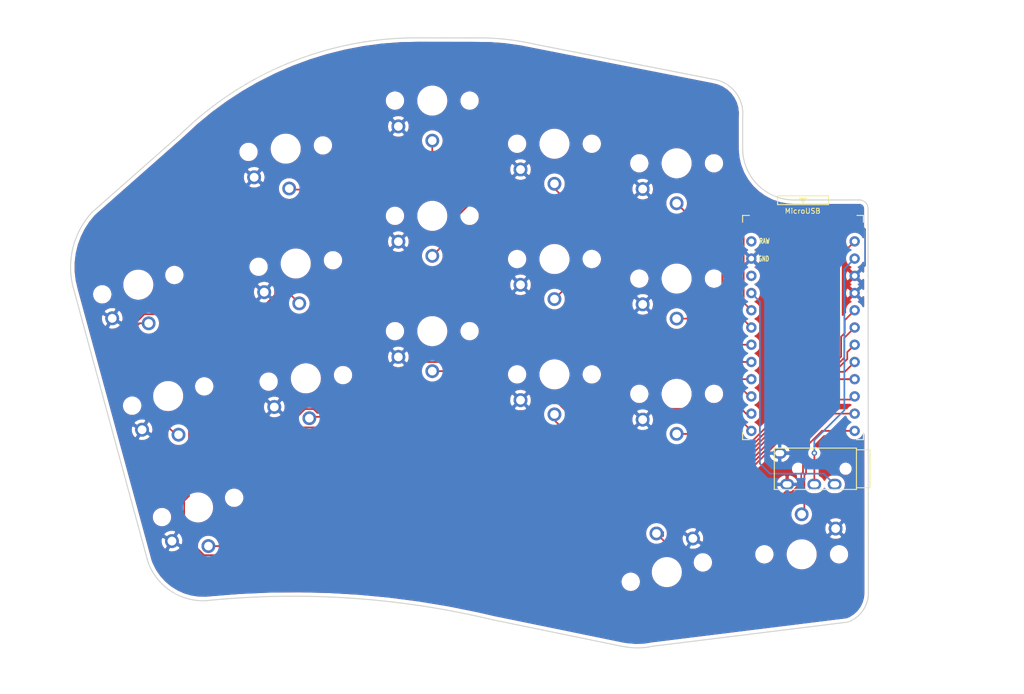
<source format=kicad_pcb>
(kicad_pcb (version 20171130) (host pcbnew "(5.1.10-1-10_14)")
  (title_block (title hypergolic) (date 2020-12-26) (rev 0.1) (company broomlabs))
  (layers (0 F.Cu signal) (31 B.Cu signal) (34 B.Paste user) (35 F.Paste user) (36 B.SilkS user) (37 F.SilkS user) (38 B.Mask user) (39 F.Mask user) (44 Edge.Cuts user))
  (net 0 "")
  (net 1 reset)
  (net 2 gnd)
  (net 3 vcc)
  (net 4 Switch18)
  (net 5 Switch1)
  (net 6 Switch2)
  (net 7 Switch3)
  (net 8 Switch4)
  (net 9 Switch5)
  (net 10 Switch6)
  (net 11 Switch7)
  (net 12 Switch8)
  (net 13 Switch9)
  (net 14 Switch10)
  (net 15 Switch11)
  (net 16 Switch12)
  (net 17 Switch13)
  (net 18 Switch14)
  (net 19 Switch15)
  (net 20 Switch16)
  (net 21 Switch17)
  (net 22 raw)
  (module kbd:ProMicro_v3_min_dual (layer F.Cu) (at 202.438 85.598)
    (fp_text reference U1 hide)
    (fp_text value ProMicro-kbd hide)
    (fp_text user "" (at -1.2065 -16.256) (layer B.SilkS) (effects (justify mirror)))
    (fp_text user "" (at -0.5 -17.25) (layer F.SilkS))
    (fp_text user MicroUSB (at -0.05 -18.95) (layer F.SilkS) (effects (font (size 0.75 0.75) (thickness 0.12))))
    (fp_text user RAW (at -5.67 -14.52) (layer F.SilkS) (effects (font (size 0.75 0.5) (thickness 0.125))))
    (fp_text user GND (at -5.77 -11.91) (layer F.SilkS) (effects (font (size 0.75 0.5) (thickness 0.125))))
    (pad 24 thru_hole circle (at -7.6086 -14.478) (size 1.524 1.524) (drill 0.8128) (layers *.Cu *.Mask) (net 22 raw))
    (pad 23 thru_hole circle (at -7.6086 -11.938) (size 1.524 1.524) (drill 0.8128) (layers *.Cu *.Mask) (net 2 gnd))
    (pad 22 thru_hole circle (at -7.6086 -9.398) (size 1.524 1.524) (drill 0.8128) (layers *.Cu *.Mask) (net 1 reset))
    (pad 21 thru_hole circle (at -7.6086 -6.858) (size 1.524 1.524) (drill 0.8128) (layers *.Cu *.Mask) (net 3 vcc))
    (pad 20 thru_hole circle (at -7.6086 -4.318) (size 1.524 1.524) (drill 0.8128) (layers *.Cu *.Mask) (net 9 Switch5))
    (pad 19 thru_hole circle (at -7.6086 -1.778) (size 1.524 1.524) (drill 0.8128) (layers *.Cu *.Mask) (net 8 Switch4))
    (pad 18 thru_hole circle (at -7.6086 0.762) (size 1.524 1.524) (drill 0.8128) (layers *.Cu *.Mask) (net 7 Switch3))
    (pad 17 thru_hole circle (at -7.6086 3.302) (size 1.524 1.524) (drill 0.8128) (layers *.Cu *.Mask) (net 6 Switch2))
    (pad 16 thru_hole circle (at -7.6086 5.842) (size 1.524 1.524) (drill 0.8128) (layers *.Cu *.Mask) (net 10 Switch6))
    (pad 15 thru_hole circle (at -7.6086 8.382) (size 1.524 1.524) (drill 0.8128) (layers *.Cu *.Mask) (net 11 Switch7))
    (pad 14 thru_hole circle (at -7.6086 10.922) (size 1.524 1.524) (drill 0.8128) (layers *.Cu *.Mask) (net 12 Switch8))
    (pad 13 thru_hole circle (at -7.6086 13.462) (size 1.524 1.524) (drill 0.8128) (layers *.Cu *.Mask) (net 13 Switch9))
    (pad 12 thru_hole circle (at 7.6114 13.462) (size 1.524 1.524) (drill 0.8128) (layers *.Cu *.Mask) (net 21 Switch17))
    (pad 11 thru_hole circle (at 7.6114 10.922) (size 1.524 1.524) (drill 0.8128) (layers *.Cu *.Mask) (net 20 Switch16))
    (pad 10 thru_hole circle (at 7.6114 8.382) (size 1.524 1.524) (drill 0.8128) (layers *.Cu *.Mask) (net 5 Switch1))
    (pad 9 thru_hole circle (at 7.6114 5.842) (size 1.524 1.524) (drill 0.8128) (layers *.Cu *.Mask) (net 19 Switch15))
    (pad 8 thru_hole circle (at 7.6114 3.302) (size 1.524 1.524) (drill 0.8128) (layers *.Cu *.Mask) (net 18 Switch14))
    (pad 7 thru_hole circle (at 7.6114 0.762) (size 1.524 1.524) (drill 0.8128) (layers *.Cu *.Mask) (net 17 Switch13))
    (pad 6 thru_hole circle (at 7.6114 -1.778) (size 1.524 1.524) (drill 0.8128) (layers *.Cu *.Mask) (net 16 Switch12))
    (pad 5 thru_hole circle (at 7.6114 -4.318) (size 1.524 1.524) (drill 0.8128) (layers *.Cu *.Mask) (net 15 Switch11))
    (pad 4 thru_hole circle (at 7.6114 -6.858) (size 1.524 1.524) (drill 0.8128) (layers *.Cu *.Mask) (net 2 gnd))
    (pad 3 thru_hole circle (at 7.6114 -9.398) (size 1.524 1.524) (drill 0.8128) (layers *.Cu *.Mask) (net 2 gnd))
    (pad 2 thru_hole circle (at 7.6114 -11.938) (size 1.524 1.524) (drill 0.8128) (layers *.Cu *.Mask) (net 4 Switch18))
    (pad 1 thru_hole circle (at 7.6114 -14.478) (size 1.524 1.524) (drill 0.8128) (layers *.Cu *.Mask) (net 14 Switch10))
  )
  (module Kailh:TRRS-PJ-DPB2 (layer F.Cu) (at 210.312 104.648 270)
    (fp_text reference Jack0 hide)
    (fp_text value TRRS hide)
    (pad R1 thru_hole oval (at 2.3 6.22 90) (size 1.6 2) (drill oval 0.9 1.3) (layers *.Cu *.Mask) (net 4 Switch18))
    (pad R2 thru_hole oval (at 2.3 3.22 90) (size 1.6 2) (drill oval 0.9 1.3) (layers *.Cu *.Mask) (net 3 vcc))
    (pad T thru_hole oval (at 2.3 10.22 90) (size 1.6 2) (drill oval 0.9 1.3) (layers *.Cu *.Mask) (net 2 gnd))
    (pad S thru_hole oval (at -2.3 11.32 90) (size 1.6 2) (drill oval 0.9 1.3) (layers *.Cu *.Mask) (net 2 gnd))
    (pad S thru_hole oval (at -2.3 11.3 270) (size 1.6 2) (drill oval 0.9 1.3) (layers *.Cu *.Mask) (net 2 gnd))
    (pad T thru_hole oval (at 2.3 10.2 270) (size 1.6 2) (drill oval 0.9 1.3) (layers *.Cu *.Mask) (net 2 gnd))
    (pad R2 thru_hole oval (at 2.3 3.2 270) (size 1.6 2) (drill oval 0.9 1.3) (layers *.Cu *.Mask) (net 3 vcc))
    (pad "" np_thru_hole circle (at 0 8.6 270) (size 0.8 0.8) (drill 0.8) (layers *.Cu *.Mask))
    (pad "" np_thru_hole circle (at 0 1.6 270) (size 0.8 0.8) (drill 0.8) (layers *.Cu *.Mask))
    (pad R1 thru_hole oval (at 2.3 6.2 270) (size 1.6 2) (drill oval 0.9 1.3) (layers *.Cu *.Mask) (net 4 Switch18))
  )
  (module Kailh:SW_PG1350_rev_DPB2 (layer F.Cu) (at 113.303734 110.348688 15)
    (fp_text reference SW8 hide)
    (fp_text value SW_Push hide)
    (pad "" np_thru_hole circle (at -5.5 0 15) (size 1.7018 1.7018) (drill 1.7018) (layers *.Cu *.Mask))
    (pad "" np_thru_hole circle (at 5.5 0 15) (size 1.7018 1.7018) (drill 1.7018) (layers *.Cu *.Mask))
    (pad 1 thru_hole circle (at 0 5.9 15) (size 2.032 2.032) (drill 1.27) (layers *.Cu *.Mask) (net 15 Switch11))
    (pad 2 thru_hole circle (at -5 3.8 15) (size 2.032 2.032) (drill 1.27) (layers *.Cu *.Mask) (net 2 gnd))
    (pad "" np_thru_hole circle (at 0 0 15) (size 3.429 3.429) (drill 3.429) (layers *.Cu *.Mask))
    (pad 2 thru_hole circle (at -5 3.8 15) (size 2.032 2.032) (drill 1.27) (layers *.Cu *.Mask) (net 2 gnd))
  )
  (module Kailh:SW_PG1350_rev_DPB2 (layer F.Cu) (at 202.245524 117.262705 180)
    (fp_text reference SW21 hide)
    (fp_text value SW_Push hide)
    (pad 2 thru_hole circle (at -5 3.8 180) (size 2.032 2.032) (drill 1.27) (layers *.Cu *.Mask) (net 2 gnd))
    (pad "" np_thru_hole circle (at 0 0 180) (size 3.429 3.429) (drill 3.429) (layers *.Cu *.Mask))
    (pad 2 thru_hole circle (at -5 3.8 180) (size 2.032 2.032) (drill 1.27) (layers *.Cu *.Mask) (net 2 gnd))
    (pad 1 thru_hole circle (at 0 5.9 180) (size 2.032 2.032) (drill 1.27) (layers *.Cu *.Mask) (net 21 Switch17))
    (pad "" np_thru_hole circle (at 5.5 0 180) (size 1.7018 1.7018) (drill 1.7018) (layers *.Cu *.Mask))
    (pad "" np_thru_hole circle (at -5.5 0 180) (size 1.7018 1.7018) (drill 1.7018) (layers *.Cu *.Mask))
  )
  (module Kailh:SW_PG1350_rev_DPB2 (layer F.Cu) (at 104.503165 77.504519 15)
    (fp_text reference SW14 hide)
    (fp_text value SW_Push hide)
    (pad 2 thru_hole circle (at -5 3.8 15) (size 2.032 2.032) (drill 1.27) (layers *.Cu *.Mask) (net 2 gnd))
    (pad "" np_thru_hole circle (at 0 0 15) (size 3.429 3.429) (drill 3.429) (layers *.Cu *.Mask))
    (pad 2 thru_hole circle (at -5 3.8 15) (size 2.032 2.032) (drill 1.27) (layers *.Cu *.Mask) (net 2 gnd))
    (pad 1 thru_hole circle (at 0 5.9 15) (size 2.032 2.032) (drill 1.27) (layers *.Cu *.Mask) (net 5 Switch1))
    (pad "" np_thru_hole circle (at 5.5 0 15) (size 1.7018 1.7018) (drill 1.7018) (layers *.Cu *.Mask))
    (pad "" np_thru_hole circle (at -5.5 0 15) (size 1.7018 1.7018) (drill 1.7018) (layers *.Cu *.Mask))
  )
  (module Kailh:SW_PG1350_rev_DPB2 (layer F.Cu) (at 108.90337 93.926306 15)
    (fp_text reference SW8 hide)
    (fp_text value SW_Push hide)
    (pad 2 thru_hole circle (at -5 3.8 15) (size 2.032 2.032) (drill 1.27) (layers *.Cu *.Mask) (net 2 gnd))
    (pad "" np_thru_hole circle (at 0 0 15) (size 3.429 3.429) (drill 3.429) (layers *.Cu *.Mask))
    (pad 2 thru_hole circle (at -5 3.8 15) (size 2.032 2.032) (drill 1.27) (layers *.Cu *.Mask) (net 2 gnd))
    (pad 1 thru_hole circle (at 0 5.9 15) (size 2.032 2.032) (drill 1.27) (layers *.Cu *.Mask) (net 10 Switch6))
    (pad "" np_thru_hole circle (at 5.5 0 15) (size 1.7018 1.7018) (drill 1.7018) (layers *.Cu *.Mask))
    (pad "" np_thru_hole circle (at -5.5 0 15) (size 1.7018 1.7018) (drill 1.7018) (layers *.Cu *.Mask))
  )
  (module Kailh:SW_PG1350_rev_DPB2 (layer F.Cu) (at 165.818 90.731)
    (fp_text reference SW17 hide)
    (fp_text value SW_Push hide)
    (pad 2 thru_hole circle (at -5 3.8) (size 2.032 2.032) (drill 1.27) (layers *.Cu *.Mask) (net 2 gnd))
    (pad "" np_thru_hole circle (at 0 0) (size 3.429 3.429) (drill 3.429) (layers *.Cu *.Mask))
    (pad 2 thru_hole circle (at -5 3.8) (size 2.032 2.032) (drill 1.27) (layers *.Cu *.Mask) (net 2 gnd))
    (pad 1 thru_hole circle (at 0 5.9) (size 2.032 2.032) (drill 1.27) (layers *.Cu *.Mask) (net 18 Switch14))
    (pad "" np_thru_hole circle (at 5.5 0) (size 1.7018 1.7018) (drill 1.7018) (layers *.Cu *.Mask))
    (pad "" np_thru_hole circle (at -5.5 0) (size 1.7018 1.7018) (drill 1.7018) (layers *.Cu *.Mask))
  )
  (module Kailh:SW_PG1350_rev_DPB2 (layer F.Cu) (at 183.818 76.606)
    (fp_text reference SW12 hide)
    (fp_text value SW_Push hide)
    (pad 2 thru_hole circle (at -5 3.8) (size 2.032 2.032) (drill 1.27) (layers *.Cu *.Mask) (net 2 gnd))
    (pad "" np_thru_hole circle (at 0 0) (size 3.429 3.429) (drill 3.429) (layers *.Cu *.Mask))
    (pad 2 thru_hole circle (at -5 3.8) (size 2.032 2.032) (drill 1.27) (layers *.Cu *.Mask) (net 2 gnd))
    (pad 1 thru_hole circle (at 0 5.9) (size 2.032 2.032) (drill 1.27) (layers *.Cu *.Mask) (net 14 Switch10))
    (pad "" np_thru_hole circle (at 5.5 0) (size 1.7018 1.7018) (drill 1.7018) (layers *.Cu *.Mask))
    (pad "" np_thru_hole circle (at -5.5 0) (size 1.7018 1.7018) (drill 1.7018) (layers *.Cu *.Mask))
  )
  (module Kailh:SW_PG1350_rev_DPB2 (layer F.Cu) (at 183.818 93.606)
    (fp_text reference SW18 hide)
    (fp_text value SW_Push hide)
    (pad 2 thru_hole circle (at -5 3.8) (size 2.032 2.032) (drill 1.27) (layers *.Cu *.Mask) (net 2 gnd))
    (pad "" np_thru_hole circle (at 0 0) (size 3.429 3.429) (drill 3.429) (layers *.Cu *.Mask))
    (pad 2 thru_hole circle (at -5 3.8) (size 2.032 2.032) (drill 1.27) (layers *.Cu *.Mask) (net 2 gnd))
    (pad 1 thru_hole circle (at 0 5.9) (size 2.032 2.032) (drill 1.27) (layers *.Cu *.Mask) (net 19 Switch15))
    (pad "" np_thru_hole circle (at 5.5 0) (size 1.7018 1.7018) (drill 1.7018) (layers *.Cu *.Mask))
    (pad "" np_thru_hole circle (at -5.5 0) (size 1.7018 1.7018) (drill 1.7018) (layers *.Cu *.Mask))
  )
  (module Kailh:SW_PG1350_rev_DPB2 (layer F.Cu) (at 126.222674 57.450261 5)
    (fp_text reference SW3 hide)
    (fp_text value SW_Push hide)
    (pad 2 thru_hole circle (at -5 3.8 5) (size 2.032 2.032) (drill 1.27) (layers *.Cu *.Mask) (net 2 gnd))
    (pad "" np_thru_hole circle (at 0 0 5) (size 3.429 3.429) (drill 3.429) (layers *.Cu *.Mask))
    (pad 2 thru_hole circle (at -5 3.8 5) (size 2.032 2.032) (drill 1.27) (layers *.Cu *.Mask) (net 2 gnd))
    (pad 1 thru_hole circle (at 0 5.9 5) (size 2.032 2.032) (drill 1.27) (layers *.Cu *.Mask) (net 6 Switch2))
    (pad "" np_thru_hole circle (at 5.5 0 5) (size 1.7018 1.7018) (drill 1.7018) (layers *.Cu *.Mask))
    (pad "" np_thru_hole circle (at -5.5 0 5) (size 1.7018 1.7018) (drill 1.7018) (layers *.Cu *.Mask))
  )
  (module Kailh:SW_PG1350_rev_DPB2 (layer F.Cu) (at 182.372 119.888 195)
    (fp_text reference SW20 hide)
    (fp_text value SW_Push hide)
    (pad 2 thru_hole circle (at -5 3.8 195) (size 2.032 2.032) (drill 1.27) (layers *.Cu *.Mask) (net 2 gnd))
    (pad "" np_thru_hole circle (at 0 0 195) (size 3.429 3.429) (drill 3.429) (layers *.Cu *.Mask))
    (pad 2 thru_hole circle (at -5 3.8 195) (size 2.032 2.032) (drill 1.27) (layers *.Cu *.Mask) (net 2 gnd))
    (pad 1 thru_hole circle (at 0 5.9 195) (size 2.032 2.032) (drill 1.27) (layers *.Cu *.Mask) (net 20 Switch16))
    (pad "" np_thru_hole circle (at 5.5 0 195) (size 1.7018 1.7018) (drill 1.7018) (layers *.Cu *.Mask))
    (pad "" np_thru_hole circle (at -5.5 0 195) (size 1.7018 1.7018) (drill 1.7018) (layers *.Cu *.Mask))
  )
  (module Kailh:SW_PG1350_rev_DPB2 (layer F.Cu) (at 147.818 84.356)
    (fp_text reference SW16 hide)
    (fp_text value SW_Push hide)
    (pad 2 thru_hole circle (at -5 3.8) (size 2.032 2.032) (drill 1.27) (layers *.Cu *.Mask) (net 2 gnd))
    (pad "" np_thru_hole circle (at 0 0) (size 3.429 3.429) (drill 3.429) (layers *.Cu *.Mask))
    (pad 2 thru_hole circle (at -5 3.8) (size 2.032 2.032) (drill 1.27) (layers *.Cu *.Mask) (net 2 gnd))
    (pad 1 thru_hole circle (at 0 5.9) (size 2.032 2.032) (drill 1.27) (layers *.Cu *.Mask) (net 17 Switch13))
    (pad "" np_thru_hole circle (at 5.5 0) (size 1.7018 1.7018) (drill 1.7018) (layers *.Cu *.Mask))
    (pad "" np_thru_hole circle (at -5.5 0) (size 1.7018 1.7018) (drill 1.7018) (layers *.Cu *.Mask))
  )
  (module Kailh:SW_PG1350_rev_DPB2 (layer F.Cu) (at 129.18561 91.317467 5)
    (fp_text reference SW15 hide)
    (fp_text value SW_Push hide)
    (pad 2 thru_hole circle (at -5 3.8 5) (size 2.032 2.032) (drill 1.27) (layers *.Cu *.Mask) (net 2 gnd))
    (pad "" np_thru_hole circle (at 0 0 5) (size 3.429 3.429) (drill 3.429) (layers *.Cu *.Mask))
    (pad 2 thru_hole circle (at -5 3.8 5) (size 2.032 2.032) (drill 1.27) (layers *.Cu *.Mask) (net 2 gnd))
    (pad 1 thru_hole circle (at 0 5.9 5) (size 2.032 2.032) (drill 1.27) (layers *.Cu *.Mask) (net 16 Switch12))
    (pad "" np_thru_hole circle (at 5.5 0 5) (size 1.7018 1.7018) (drill 1.7018) (layers *.Cu *.Mask))
    (pad "" np_thru_hole circle (at -5.5 0 5) (size 1.7018 1.7018) (drill 1.7018) (layers *.Cu *.Mask))
  )
  (module Kailh:SW_PG1350_rev_DPB2 (layer F.Cu) (at 165.818 73.726)
    (fp_text reference SW11 hide)
    (fp_text value SW_Push hide)
    (pad 2 thru_hole circle (at -5 3.8) (size 2.032 2.032) (drill 1.27) (layers *.Cu *.Mask) (net 2 gnd))
    (pad "" np_thru_hole circle (at 0 0) (size 3.429 3.429) (drill 3.429) (layers *.Cu *.Mask))
    (pad 2 thru_hole circle (at -5 3.8) (size 2.032 2.032) (drill 1.27) (layers *.Cu *.Mask) (net 2 gnd))
    (pad 1 thru_hole circle (at 0 5.9) (size 2.032 2.032) (drill 1.27) (layers *.Cu *.Mask) (net 13 Switch9))
    (pad "" np_thru_hole circle (at 5.5 0) (size 1.7018 1.7018) (drill 1.7018) (layers *.Cu *.Mask))
    (pad "" np_thru_hole circle (at -5.5 0) (size 1.7018 1.7018) (drill 1.7018) (layers *.Cu *.Mask))
  )
  (module Kailh:SW_PG1350_rev_DPB2 (layer F.Cu) (at 147.818 67.356)
    (fp_text reference SW10 hide)
    (fp_text value SW_Push hide)
    (pad 2 thru_hole circle (at -5 3.8) (size 2.032 2.032) (drill 1.27) (layers *.Cu *.Mask) (net 2 gnd))
    (pad "" np_thru_hole circle (at 0 0) (size 3.429 3.429) (drill 3.429) (layers *.Cu *.Mask))
    (pad 2 thru_hole circle (at -5 3.8) (size 2.032 2.032) (drill 1.27) (layers *.Cu *.Mask) (net 2 gnd))
    (pad 1 thru_hole circle (at 0 5.9) (size 2.032 2.032) (drill 1.27) (layers *.Cu *.Mask) (net 12 Switch8))
    (pad "" np_thru_hole circle (at 5.5 0) (size 1.7018 1.7018) (drill 1.7018) (layers *.Cu *.Mask))
    (pad "" np_thru_hole circle (at -5.5 0) (size 1.7018 1.7018) (drill 1.7018) (layers *.Cu *.Mask))
  )
  (module Kailh:SW_PG1350_rev_DPB2 (layer F.Cu) (at 127.704262 74.385584 5)
    (fp_text reference SW9 hide)
    (fp_text value SW_Push hide)
    (pad 2 thru_hole circle (at -5 3.8 5) (size 2.032 2.032) (drill 1.27) (layers *.Cu *.Mask) (net 2 gnd))
    (pad "" np_thru_hole circle (at 0 0 5) (size 3.429 3.429) (drill 3.429) (layers *.Cu *.Mask))
    (pad 2 thru_hole circle (at -5 3.8 5) (size 2.032 2.032) (drill 1.27) (layers *.Cu *.Mask) (net 2 gnd))
    (pad 1 thru_hole circle (at 0 5.9 5) (size 2.032 2.032) (drill 1.27) (layers *.Cu *.Mask) (net 11 Switch7))
    (pad "" np_thru_hole circle (at 5.5 0 5) (size 1.7018 1.7018) (drill 1.7018) (layers *.Cu *.Mask))
    (pad "" np_thru_hole circle (at -5.5 0 5) (size 1.7018 1.7018) (drill 1.7018) (layers *.Cu *.Mask))
  )
  (module Kailh:SW_PG1350_rev_DPB2 (layer F.Cu) (at 165.818 56.726)
    (fp_text reference SW5 hide)
    (fp_text value SW_Push hide)
    (pad 2 thru_hole circle (at -5 3.8) (size 2.032 2.032) (drill 1.27) (layers *.Cu *.Mask) (net 2 gnd))
    (pad "" np_thru_hole circle (at 0 0) (size 3.429 3.429) (drill 3.429) (layers *.Cu *.Mask))
    (pad 2 thru_hole circle (at -5 3.8) (size 2.032 2.032) (drill 1.27) (layers *.Cu *.Mask) (net 2 gnd))
    (pad 1 thru_hole circle (at 0 5.9) (size 2.032 2.032) (drill 1.27) (layers *.Cu *.Mask) (net 8 Switch4))
    (pad "" np_thru_hole circle (at 5.5 0) (size 1.7018 1.7018) (drill 1.7018) (layers *.Cu *.Mask))
    (pad "" np_thru_hole circle (at -5.5 0) (size 1.7018 1.7018) (drill 1.7018) (layers *.Cu *.Mask))
  )
  (module Kailh:SW_PG1350_rev_DPB2 (layer F.Cu) (at 147.818 50.366)
    (fp_text reference SW4 hide)
    (fp_text value SW_Push hide)
    (pad 2 thru_hole circle (at -5 3.8) (size 2.032 2.032) (drill 1.27) (layers *.Cu *.Mask) (net 2 gnd))
    (pad "" np_thru_hole circle (at 0 0) (size 3.429 3.429) (drill 3.429) (layers *.Cu *.Mask))
    (pad 2 thru_hole circle (at -5 3.8) (size 2.032 2.032) (drill 1.27) (layers *.Cu *.Mask) (net 2 gnd))
    (pad 1 thru_hole circle (at 0 5.9) (size 2.032 2.032) (drill 1.27) (layers *.Cu *.Mask) (net 7 Switch3))
    (pad "" np_thru_hole circle (at 5.5 0) (size 1.7018 1.7018) (drill 1.7018) (layers *.Cu *.Mask))
    (pad "" np_thru_hole circle (at -5.5 0) (size 1.7018 1.7018) (drill 1.7018) (layers *.Cu *.Mask))
  )
  (module Kailh:SW_PG1350_rev_DPB2 (layer F.Cu) (at 183.818 59.606)
    (fp_text reference SW6 hide)
    (fp_text value SW_Push hide)
    (pad 2 thru_hole circle (at -5 3.8) (size 2.032 2.032) (drill 1.27) (layers *.Cu *.Mask) (net 2 gnd))
    (pad "" np_thru_hole circle (at 0 0) (size 3.429 3.429) (drill 3.429) (layers *.Cu *.Mask))
    (pad 2 thru_hole circle (at -5 3.8) (size 2.032 2.032) (drill 1.27) (layers *.Cu *.Mask) (net 2 gnd))
    (pad 1 thru_hole circle (at 0 5.9) (size 2.032 2.032) (drill 1.27) (layers *.Cu *.Mask) (net 9 Switch5))
    (pad "" np_thru_hole circle (at 5.5 0) (size 1.7018 1.7018) (drill 1.7018) (layers *.Cu *.Mask))
    (pad "" np_thru_hole circle (at -5.5 0) (size 1.7018 1.7018) (drill 1.7018) (layers *.Cu *.Mask))
  )
  (gr_line (start 115.044532 124.044274) (end 114.539391 124.095039) (layer Edge.Cuts) (width 0.15))
  (gr_line (start 175.830275 130.844294) (end 156.736518 126.922959) (layer Edge.Cuts) (width 0.15))
  (gr_arc (start 145.544933 90.860144) (end 110.746933 55.300144) (angle 45.25427734) (layer Edge.Cuts) (width 0.15))
  (gr_line (start 176.259632 130.905873) (end 175.830275 130.844294) (layer Edge.Cuts) (width 0.15))
  (gr_arc (start 127.349555 249.182449) (end 115.044532 124.044274) (angle 19.13145794) (layer Edge.Cuts) (width 0.15))
  (gr_arc (start 210.74968 66.284) (end 212.01968 66.294) (angle -94.05555909) (layer Edge.Cuts) (width 0.15))
  (gr_line (start 210.669836 65.016473) (end 201.421859 65.019771) (angle 90) (layer Edge.Cuts) (width 0.15))
  (gr_arc (start 178.054 120.396) (end 180.34 130.81) (angle 22.06954052) (layer Edge.Cuts) (width 0.15))
  (gr_line (start 180.34 130.81) (end 209.042 127.254) (layer Edge.Cuts) (width 0.15))
  (gr_arc (start 207.505646 122.951905) (end 209.042 127.254) (angle -70.54625375) (layer Edge.Cuts) (width 0.15))
  (gr_arc (start 154.709921 77.51079) (end 162.851607 42.037399) (angle -14.16454563) (layer Edge.Cuts) (width 0.15))
  (gr_line (start 153.923472 41.123567) (end 146.304534 41.112406) (angle 90) (layer Edge.Cuts) (width 0.15))
  (gr_arc (start 201.168 57.40261) (end 193.548 57.548151) (angle -90.81459567) (layer Edge.Cuts) (width 0.15))
  (gr_arc (start 188.450493 52.28591) (end 193.548 52.832) (angle -87.32605082) (layer Edge.Cuts) (width 0.15))
  (gr_arc (start 114.053903 115.475133) (end 105.918 118.364) (angle -73.67484284) (layer Edge.Cuts) (width 0.15))
  (gr_line (start 110.746933 55.300144) (end 97.68305 66.833023) (angle 90) (layer Edge.Cuts) (width 0.15))
  (gr_arc (start 106.438036 74.913006) (end 97.68305 66.833023) (angle -58.87980947) (layer Edge.Cuts) (width 0.15))
  (gr_line (start 193.548 57.548151) (end 193.548 52.832) (angle 90) (layer Edge.Cuts) (width 0.15))
  (gr_line (start 94.996 78.232) (end 105.918 118.364) (angle 90) (layer Edge.Cuts) (width 0.15))
  (gr_line (start 212.073813 122.936055) (end 212.01968 66.294) (angle 90) (layer Edge.Cuts) (width 0.15))
  (gr_line (start 189.233799 47.21943) (end 162.851607 42.037399) (angle 90) (layer Edge.Cuts) (width 0.15))
  (segment (start 161.798 81.28) (end 161.798002 81.279998) (width 0.25) (layer F.Cu) (net 0))
  (via (at 204.112 102.33) (size 0.8) (drill 0.4) (layers F.Cu B.Cu) (net 4))
  (segment (start 210.0466 76.2) (end 210.54277 76.2) (width 0.25) (layer F.Cu) (net 2))
  (segment (start 211.582 74.6674) (end 210.0494 76.2) (width 0.25) (layer B.Cu) (net 2))
  (segment (start 211.582 69.342) (end 211.582 74.6674) (width 0.25) (layer B.Cu) (net 2))
  (segment (start 210.82 68.58) (end 211.582 69.342) (width 0.25) (layer B.Cu) (net 2))
  (segment (start 207.772 68.58) (end 210.82 68.58) (width 0.25) (layer B.Cu) (net 2))
  (segment (start 207.112 106.958) (end 207.092 106.978) (width 0.25) (layer F.Cu) (net 3))
  (segment (start 205.487001 105.373001) (end 207.092 106.978) (width 0.25) (layer B.Cu) (net 3))
  (segment (start 197.575001 105.373001) (end 205.487001 105.373001) (width 0.25) (layer B.Cu) (net 3))
  (segment (start 196.088 103.886) (end 197.575001 105.373001) (width 0.25) (layer B.Cu) (net 3))
  (segment (start 196.088 79.9986) (end 196.088 103.886) (width 0.25) (layer B.Cu) (net 3))
  (segment (start 194.8294 78.74) (end 196.088 79.9986) (width 0.25) (layer B.Cu) (net 3))
  (segment (start 204.112 106.958) (end 204.092 106.978) (width 0.25) (layer F.Cu) (net 4))
  (segment (start 204.112 102.348) (end 204.112 106.958) (width 0.25) (layer F.Cu) (net 4))
  (segment (start 204.112 102.348) (end 204.112 100.434) (width 0.25) (layer B.Cu) (net 4))
  (segment (start 204.112 100.434) (end 208.534 96.012) (width 0.25) (layer B.Cu) (net 4))
  (segment (start 208.534 75.1754) (end 210.0494 73.66) (width 0.25) (layer B.Cu) (net 4))
  (segment (start 208.534 96.012) (end 208.534 75.1754) (width 0.25) (layer B.Cu) (net 4))
  (segment (start 163.068 97.536) (end 163.322 97.536) (width 0.25) (layer F.Cu) (net 5))
  (segment (start 120.015 115.189) (end 118.745 116.459) (width 0.25) (layer F.Cu) (net 5))
  (segment (start 131.572 98.552) (end 124.075754 98.552) (width 0.25) (layer F.Cu) (net 5))
  (segment (start 163.068 97.536) (end 159.258 97.536) (width 0.25) (layer F.Cu) (net 5))
  (segment (start 159.258 97.536) (end 153.416 91.694) (width 0.25) (layer F.Cu) (net 5))
  (segment (start 153.416 91.694) (end 149.098 91.694) (width 0.25) (layer F.Cu) (net 5))
  (segment (start 132.686925 97.437075) (end 131.572 98.552) (width 0.25) (layer F.Cu) (net 5))
  (segment (start 148.336 92.456) (end 143.63841 92.456) (width 0.25) (layer F.Cu) (net 5))
  (segment (start 138.657335 97.437075) (end 132.686925 97.437075) (width 0.25) (layer F.Cu) (net 5))
  (segment (start 149.098 91.694) (end 148.336 92.456) (width 0.25) (layer F.Cu) (net 5))
  (segment (start 143.63841 92.456) (end 138.657335 97.437075) (width 0.25) (layer F.Cu) (net 5))
  (segment (start 111.96798 108.66598) (end 111.264233 109.369727) (width 0.25) (layer F.Cu) (net 5))
  (segment (start 117.815349 117.388651) (end 118.745 116.459) (width 0.25) (layer F.Cu) (net 5))
  (segment (start 111.264233 114.465799) (end 114.187085 117.388651) (width 0.25) (layer F.Cu) (net 5))
  (segment (start 111.96798 98.25198) (end 111.96798 108.66598) (width 0.25) (layer F.Cu) (net 5))
  (segment (start 111.35973 97.64373) (end 111.96798 98.25198) (width 0.25) (layer F.Cu) (net 5))
  (segment (start 114.187085 117.388651) (end 117.815349 117.388651) (width 0.25) (layer F.Cu) (net 5))
  (segment (start 108.69414 97.64373) (end 111.35973 97.64373) (width 0.25) (layer F.Cu) (net 5))
  (segment (start 103.06601 92.0156) (end 108.69414 97.64373) (width 0.25) (layer F.Cu) (net 5))
  (segment (start 111.264233 109.369727) (end 111.264233 114.465799) (width 0.25) (layer F.Cu) (net 5))
  (segment (start 103.06601 84.819396) (end 103.06601 92.0156) (width 0.25) (layer F.Cu) (net 5))
  (segment (start 104.681925 83.203481) (end 103.06601 84.819396) (width 0.25) (layer F.Cu) (net 5))
  (segment (start 106.030197 83.203481) (end 104.681925 83.203481) (width 0.25) (layer F.Cu) (net 5))
  (segment (start 124.075754 98.552) (end 121.219877 101.407877) (width 0.25) (layer F.Cu) (net 5))
  (segment (start 121.219877 101.407877) (end 121.219877 113.345877) (width 0.25) (layer F.Cu) (net 5))
  (segment (start 121.219877 113.345877) (end 121.158 113.407754) (width 0.25) (layer F.Cu) (net 5))
  (segment (start 121.158 114.046) (end 120.396 114.808) (width 0.25) (layer F.Cu) (net 5))
  (segment (start 121.158 113.407754) (end 121.158 114.046) (width 0.25) (layer F.Cu) (net 5))
  (segment (start 120.396 114.808) (end 118.745 116.459) (width 0.25) (layer F.Cu) (net 5))
  (segment (start 209.589893 94.439507) (end 210.0494 93.98) (width 0.25) (layer F.Cu) (net 5))
  (segment (start 205.004289 94.439507) (end 209.589893 94.439507) (width 0.25) (layer F.Cu) (net 5))
  (segment (start 194.936801 104.506995) (end 205.004289 94.439507) (width 0.25) (layer F.Cu) (net 5))
  (segment (start 192.136997 104.506995) (end 194.936801 104.506995) (width 0.25) (layer F.Cu) (net 5))
  (segment (start 189.484 101.854) (end 192.136997 104.506995) (width 0.25) (layer F.Cu) (net 5))
  (segment (start 186.69 101.346) (end 187.198 101.854) (width 0.25) (layer F.Cu) (net 5))
  (segment (start 187.198 101.854) (end 189.484 101.854) (width 0.25) (layer F.Cu) (net 5))
  (segment (start 164.338 97.536) (end 168.148 101.346) (width 0.25) (layer F.Cu) (net 5))
  (segment (start 168.148 101.346) (end 186.69 101.346) (width 0.25) (layer F.Cu) (net 5))
  (segment (start 163.068 97.536) (end 164.338 97.536) (width 0.25) (layer F.Cu) (net 5))
  (segment (start 174.68722 70.92399) (end 168.72924 64.96601) (width 0.25) (layer F.Cu) (net 6))
  (segment (start 192.347008 87.63) (end 192.347008 70.571818) (width 0.25) (layer F.Cu) (net 6))
  (segment (start 126.428409 63.483828) (end 126.112993 63.168412) (width 0.25) (layer F.Cu) (net 6))
  (segment (start 194.8294 88.9) (end 193.617008 88.9) (width 0.25) (layer F.Cu) (net 6))
  (segment (start 192.347008 70.571818) (end 189.990017 68.214827) (width 0.25) (layer F.Cu) (net 6))
  (segment (start 168.72924 64.96601) (end 160.3416 64.96601) (width 0.25) (layer F.Cu) (net 6))
  (segment (start 193.617008 88.9) (end 192.347008 87.63) (width 0.25) (layer F.Cu) (net 6))
  (segment (start 160.3416 64.96601) (end 154.917614 59.542024) (width 0.25) (layer F.Cu) (net 6))
  (segment (start 179.306764 68.214826) (end 176.5976 70.92399) (width 0.25) (layer F.Cu) (net 6))
  (segment (start 176.5976 70.92399) (end 174.68722 70.92399) (width 0.25) (layer F.Cu) (net 6))
  (segment (start 154.917614 59.542024) (end 135.751632 59.542024) (width 0.25) (layer F.Cu) (net 6))
  (segment (start 131.809828 63.483828) (end 126.428409 63.483828) (width 0.25) (layer F.Cu) (net 6))
  (segment (start 189.990017 68.214827) (end 179.306764 68.214826) (width 0.25) (layer F.Cu) (net 6))
  (segment (start 135.751632 59.542024) (end 131.809828 63.483828) (width 0.25) (layer F.Cu) (net 6))
  (segment (start 147.818 58.230028) (end 147.818 56.266) (width 0.25) (layer F.Cu) (net 7))
  (segment (start 194.8294 86.36) (end 193.051018 86.36) (width 0.25) (layer F.Cu) (net 7))
  (segment (start 160.528 64.516) (end 155.104014 59.092014) (width 0.25) (layer F.Cu) (net 7))
  (segment (start 193.051018 86.36) (end 192.797018 86.106) (width 0.25) (layer F.Cu) (net 7))
  (segment (start 192.797018 86.106) (end 192.797018 70.385418) (width 0.25) (layer F.Cu) (net 7))
  (segment (start 192.797018 70.385418) (end 190.176415 67.764815) (width 0.25) (layer F.Cu) (net 7))
  (segment (start 190.176415 67.764815) (end 180.286815 67.764815) (width 0.25) (layer F.Cu) (net 7))
  (segment (start 180.286815 67.764815) (end 179.120363 67.764817) (width 0.25) (layer F.Cu) (net 7))
  (segment (start 179.120363 67.764817) (end 176.4112 70.47398) (width 0.25) (layer F.Cu) (net 7))
  (segment (start 174.87362 70.47398) (end 168.91564 64.516) (width 0.25) (layer F.Cu) (net 7))
  (segment (start 176.4112 70.47398) (end 174.87362 70.47398) (width 0.25) (layer F.Cu) (net 7))
  (segment (start 148.679986 59.092014) (end 147.818 58.230028) (width 0.25) (layer F.Cu) (net 7))
  (segment (start 168.91564 64.516) (end 160.528 64.516) (width 0.25) (layer F.Cu) (net 7))
  (segment (start 155.104014 59.092014) (end 148.679986 59.092014) (width 0.25) (layer F.Cu) (net 7))
  (segment (start 165.818 63.31798) (end 166.56601 64.06599) (width 0.25) (layer F.Cu) (net 8))
  (segment (start 176.2248 70.02397) (end 178.933962 67.314808) (width 0.25) (layer F.Cu) (net 8))
  (segment (start 169.22199 64.06599) (end 175.17997 70.02397) (width 0.25) (layer F.Cu) (net 8))
  (segment (start 165.818 62.626) (end 165.818 63.31798) (width 0.25) (layer F.Cu) (net 8))
  (segment (start 166.56601 64.06599) (end 169.22199 64.06599) (width 0.25) (layer F.Cu) (net 8))
  (segment (start 175.17997 70.02397) (end 176.2248 70.02397) (width 0.25) (layer F.Cu) (net 8))
  (segment (start 178.933962 67.314808) (end 180.344805 67.314805) (width 0.25) (layer F.Cu) (net 8))
  (segment (start 180.344805 67.314805) (end 180.843195 67.314805) (width 0.25) (layer F.Cu) (net 8))
  (segment (start 180.843195 67.314805) (end 189.996805 67.314805) (width 0.25) (layer F.Cu) (net 8))
  (segment (start 189.996805 67.314805) (end 190.241195 67.314805) (width 0.25) (layer F.Cu) (net 8))
  (segment (start 190.241195 67.314805) (end 190.495195 67.314805) (width 0.25) (layer F.Cu) (net 8))
  (segment (start 193.247028 82.237628) (end 193.247028 70.199018) (width 0.25) (layer F.Cu) (net 8))
  (segment (start 190.362816 67.314806) (end 190.241195 67.314805) (width 0.25) (layer F.Cu) (net 8))
  (segment (start 193.247028 70.199018) (end 190.362816 67.314806) (width 0.25) (layer F.Cu) (net 8))
  (segment (start 194.8294 83.82) (end 193.247028 82.237628) (width 0.25) (layer F.Cu) (net 8))
  (segment (start 183.818 65.506) (end 185.176795 66.864795) (width 0.25) (layer F.Cu) (net 9))
  (segment (start 190.681595 66.864795) (end 193.697037 69.880237) (width 0.25) (layer F.Cu) (net 9))
  (segment (start 185.176795 66.864795) (end 190.681595 66.864795) (width 0.25) (layer F.Cu) (net 9))
  (segment (start 193.697037 69.880237) (end 193.697038 70.012618) (width 0.25) (layer F.Cu) (net 9))
  (segment (start 193.697038 80.147638) (end 194.8294 81.28) (width 0.25) (layer F.Cu) (net 9))
  (segment (start 193.697038 70.012618) (end 193.697038 80.147638) (width 0.25) (layer F.Cu) (net 9))
  (segment (start 174.498 71.37118) (end 174.24541 71.11859) (width 0.25) (layer F.Cu) (net 10))
  (segment (start 176.784 71.374) (end 179.324 68.834) (width 0.25) (layer F.Cu) (net 10))
  (segment (start 174.50082 71.374) (end 176.784 71.374) (width 0.25) (layer F.Cu) (net 10))
  (segment (start 174.24541 71.11859) (end 174.50082 71.374) (width 0.25) (layer F.Cu) (net 10))
  (segment (start 179.324 68.834) (end 179.493165 68.664835) (width 0.25) (layer F.Cu) (net 10))
  (segment (start 102.616 92.202) (end 110.039268 99.625268) (width 0.25) (layer F.Cu) (net 10))
  (segment (start 102.616 84.632996) (end 102.616 92.202) (width 0.25) (layer F.Cu) (net 10))
  (segment (start 174.24541 71.11859) (end 168.65882 65.532) (width 0.25) (layer F.Cu) (net 10))
  (segment (start 168.65882 65.532) (end 165.608 65.532) (width 0.25) (layer F.Cu) (net 10))
  (segment (start 160.155199 65.416019) (end 154.731214 59.992034) (width 0.25) (layer F.Cu) (net 10))
  (segment (start 110.039268 99.625268) (end 110.430402 99.625268) (width 0.25) (layer F.Cu) (net 10))
  (segment (start 154.731214 59.992034) (end 135.938032 59.992034) (width 0.25) (layer F.Cu) (net 10))
  (segment (start 165.608 65.532) (end 165.49202 65.41602) (width 0.25) (layer F.Cu) (net 10))
  (segment (start 165.49202 65.41602) (end 160.155199 65.416019) (width 0.25) (layer F.Cu) (net 10))
  (segment (start 135.938032 59.992034) (end 129.597991 66.332075) (width 0.25) (layer F.Cu) (net 10))
  (segment (start 129.597991 66.332075) (end 127.839905 66.332075) (width 0.25) (layer F.Cu) (net 10))
  (segment (start 124.64499 79.001075) (end 121.783585 81.86248) (width 0.25) (layer F.Cu) (net 10))
  (segment (start 121.783585 81.86248) (end 105.386516 81.86248) (width 0.25) (layer F.Cu) (net 10))
  (segment (start 127.839905 66.332075) (end 124.64499 69.52699) (width 0.25) (layer F.Cu) (net 10))
  (segment (start 124.64499 69.52699) (end 124.64499 79.001075) (width 0.25) (layer F.Cu) (net 10))
  (segment (start 105.386516 81.86248) (end 102.616 84.632996) (width 0.25) (layer F.Cu) (net 10))
  (segment (start 189.568835 68.664835) (end 179.578 68.664835) (width 0.25) (layer F.Cu) (net 10))
  (segment (start 189.803616 68.664836) (end 189.568835 68.664835) (width 0.25) (layer F.Cu) (net 10))
  (segment (start 191.896998 70.758218) (end 189.803616 68.664836) (width 0.25) (layer F.Cu) (net 10))
  (segment (start 191.896998 90.677999) (end 191.896998 70.758218) (width 0.25) (layer F.Cu) (net 10))
  (segment (start 192.658998 91.44) (end 191.896998 90.677999) (width 0.25) (layer F.Cu) (net 10))
  (segment (start 194.8294 91.44) (end 192.658998 91.44) (width 0.25) (layer F.Cu) (net 10))
  (segment (start 131.064 65.502476) (end 131.064 65.532) (width 0.25) (layer F.Cu) (net 11))
  (segment (start 127.762 80.01) (end 127.762 79.711215) (width 0.25) (layer F.Cu) (net 11))
  (segment (start 130.048 66.518476) (end 131.064 65.502476) (width 0.25) (layer F.Cu) (net 11))
  (segment (start 130.048 66.802) (end 130.048 66.518476) (width 0.25) (layer F.Cu) (net 11))
  (segment (start 125.222 77.266652) (end 128.218481 80.263133) (width 0.25) (layer F.Cu) (net 11))
  (segment (start 125.222 69.58639) (end 125.222 77.266652) (width 0.25) (layer F.Cu) (net 11))
  (segment (start 128.00639 66.802) (end 125.222 69.58639) (width 0.25) (layer F.Cu) (net 11))
  (segment (start 130.048 66.802) (end 128.00639 66.802) (width 0.25) (layer F.Cu) (net 11))
  (segment (start 154.544814 60.442044) (end 136.124432 60.442044) (width 0.25) (layer F.Cu) (net 11))
  (segment (start 160.08478 65.98201) (end 154.544814 60.442044) (width 0.25) (layer F.Cu) (net 11))
  (segment (start 168.47242 65.98201) (end 160.08478 65.98201) (width 0.25) (layer F.Cu) (net 11))
  (segment (start 174.311599 71.821189) (end 168.47242 65.98201) (width 0.25) (layer F.Cu) (net 11))
  (segment (start 194.8294 93.98) (end 194.56258 93.98) (width 0.25) (layer F.Cu) (net 11))
  (segment (start 194.56258 93.98) (end 191.446989 90.864399) (width 0.25) (layer F.Cu) (net 11))
  (segment (start 179.805155 69.114845) (end 179.63599 69.28401) (width 0.25) (layer F.Cu) (net 11))
  (segment (start 174.44001 71.82401) (end 174.437189 71.821189) (width 0.25) (layer F.Cu) (net 11))
  (segment (start 191.446989 90.864399) (end 191.446989 70.954231) (width 0.25) (layer F.Cu) (net 11))
  (segment (start 136.124432 60.442044) (end 131.064 65.502476) (width 0.25) (layer F.Cu) (net 11))
  (segment (start 179.63599 69.28401) (end 179.5104 69.28401) (width 0.25) (layer F.Cu) (net 11))
  (segment (start 179.5104 69.28401) (end 176.9704 71.82401) (width 0.25) (layer F.Cu) (net 11))
  (segment (start 174.437189 71.821189) (end 174.311599 71.821189) (width 0.25) (layer F.Cu) (net 11))
  (segment (start 191.446989 70.954231) (end 191.315185 70.822425) (width 0.25) (layer F.Cu) (net 11))
  (segment (start 191.315185 70.822425) (end 191.315185 70.812815) (width 0.25) (layer F.Cu) (net 11))
  (segment (start 191.315185 70.812815) (end 189.617215 69.114845) (width 0.25) (layer F.Cu) (net 11))
  (segment (start 176.9704 71.82401) (end 174.44001 71.82401) (width 0.25) (layer F.Cu) (net 11))
  (segment (start 189.617215 69.114845) (end 179.805155 69.114845) (width 0.25) (layer F.Cu) (net 11))
  (segment (start 174.86798 72.27402) (end 174.752 72.27402) (width 0.25) (layer F.Cu) (net 12))
  (segment (start 168.28602 66.43202) (end 174.125198 72.271198) (width 0.25) (layer F.Cu) (net 12))
  (segment (start 159.89838 66.43202) (end 168.28602 66.43202) (width 0.25) (layer F.Cu) (net 12))
  (segment (start 156.71236 63.246) (end 159.89838 66.43202) (width 0.25) (layer F.Cu) (net 12))
  (segment (start 174.38202 72.27402) (end 174.86798 72.27402) (width 0.25) (layer F.Cu) (net 12))
  (segment (start 155.687666 63.246) (end 156.71236 63.246) (width 0.25) (layer F.Cu) (net 12))
  (segment (start 174.125198 72.271198) (end 174.379198 72.271198) (width 0.25) (layer F.Cu) (net 12))
  (segment (start 149.857501 69.076165) (end 155.687666 63.246) (width 0.25) (layer F.Cu) (net 12))
  (segment (start 149.857501 71.216499) (end 149.857501 69.076165) (width 0.25) (layer F.Cu) (net 12))
  (segment (start 174.379198 72.271198) (end 174.38202 72.27402) (width 0.25) (layer F.Cu) (net 12))
  (segment (start 147.818 73.256) (end 149.857501 71.216499) (width 0.25) (layer F.Cu) (net 12))
  (segment (start 179.6968 69.73402) (end 177.1568 72.27402) (width 0.25) (layer F.Cu) (net 12))
  (segment (start 189.59998 69.73402) (end 179.6968 69.73402) (width 0.25) (layer F.Cu) (net 12))
  (segment (start 189.59998 69.74363) (end 189.59998 69.73402) (width 0.25) (layer F.Cu) (net 12))
  (segment (start 190.99698 71.14063) (end 189.59998 69.74363) (width 0.25) (layer F.Cu) (net 12))
  (segment (start 193.286374 93.3402) (end 190.99698 91.050806) (width 0.25) (layer F.Cu) (net 12))
  (segment (start 177.1568 72.27402) (end 174.86798 72.27402) (width 0.25) (layer F.Cu) (net 12))
  (segment (start 190.99698 91.050806) (end 190.99698 71.14063) (width 0.25) (layer F.Cu) (net 12))
  (segment (start 193.286374 93.3402) (end 193.286374 95.750374) (width 0.25) (layer F.Cu) (net 12))
  (segment (start 194.056 96.52) (end 194.8294 96.52) (width 0.25) (layer F.Cu) (net 12))
  (segment (start 193.286374 95.750374) (end 194.056 96.52) (width 0.25) (layer F.Cu) (net 12))
  (segment (start 167.857501 77.586499) (end 165.818 79.626) (width 0.25) (layer F.Cu) (net 13))
  (segment (start 192.836364 97.066964) (end 192.836364 93.5266) (width 0.25) (layer F.Cu) (net 13))
  (segment (start 190.54697 91.237206) (end 190.54697 71.32703) (width 0.25) (layer F.Cu) (net 13))
  (segment (start 190.54697 71.32703) (end 189.40397 70.18403) (width 0.25) (layer F.Cu) (net 13))
  (segment (start 173.90997 72.72403) (end 173.90997 72.69238) (width 0.25) (layer F.Cu) (net 13))
  (segment (start 194.8294 99.06) (end 192.836364 97.066964) (width 0.25) (layer F.Cu) (net 13))
  (segment (start 173.90997 72.69238) (end 172.33759 71.12) (width 0.25) (layer F.Cu) (net 13))
  (segment (start 189.40397 70.18403) (end 179.8832 70.18403) (width 0.25) (layer F.Cu) (net 13))
  (segment (start 192.836364 93.5266) (end 190.54697 91.237206) (width 0.25) (layer F.Cu) (net 13))
  (segment (start 177.3432 72.72403) (end 173.90997 72.72403) (width 0.25) (layer F.Cu) (net 13))
  (segment (start 171.704 71.12) (end 167.857501 74.966499) (width 0.25) (layer F.Cu) (net 13))
  (segment (start 179.8832 70.18403) (end 177.3432 72.72403) (width 0.25) (layer F.Cu) (net 13))
  (segment (start 172.33759 71.12) (end 171.704 71.12) (width 0.25) (layer F.Cu) (net 13))
  (segment (start 167.857501 74.966499) (end 167.857501 77.586499) (width 0.25) (layer F.Cu) (net 13))
  (segment (start 192.386354 93.713) (end 190.096961 91.423607) (width 0.25) (layer F.Cu) (net 14))
  (segment (start 190.096961 91.423607) (end 190.09696 83.82) (width 0.25) (layer F.Cu) (net 14))
  (segment (start 192.386354 100.937894) (end 192.386354 93.713) (width 0.25) (layer F.Cu) (net 14))
  (segment (start 193.22243 101.77397) (end 192.386354 100.937894) (width 0.25) (layer F.Cu) (net 14))
  (segment (start 193.7508 101.77397) (end 193.22243 101.77397) (width 0.25) (layer F.Cu) (net 14))
  (segment (start 207.518 88.00677) (end 193.7508 101.77397) (width 0.25) (layer F.Cu) (net 14))
  (segment (start 207.518 73.6514) (end 207.518 88.00677) (width 0.25) (layer F.Cu) (net 14))
  (segment (start 188.78296 82.506) (end 183.818 82.506) (width 0.25) (layer F.Cu) (net 14))
  (segment (start 190.09696 83.82) (end 188.78296 82.506) (width 0.25) (layer F.Cu) (net 14))
  (segment (start 210.0494 71.12) (end 207.518 73.6514) (width 0.25) (layer F.Cu) (net 14))
  (segment (start 208.596401 84.636589) (end 208.062379 85.170611) (width 0.25) (layer F.Cu) (net 15))
  (segment (start 208.596401 82.732999) (end 208.596401 84.636589) (width 0.25) (layer F.Cu) (net 15))
  (segment (start 210.0494 81.28) (end 208.596401 82.732999) (width 0.25) (layer F.Cu) (net 15))
  (segment (start 208.062379 88.098801) (end 196.34059 99.82059) (width 0.25) (layer F.Cu) (net 15))
  (segment (start 208.062379 85.170611) (end 208.062379 88.098801) (width 0.25) (layer F.Cu) (net 15))
  (segment (start 196.34059 99.82059) (end 196.46759 99.69359) (width 0.25) (layer F.Cu) (net 15))
  (segment (start 193.9372 102.22398) (end 195.07059 101.09059) (width 0.25) (layer F.Cu) (net 15))
  (segment (start 193.03603 102.22398) (end 193.9372 102.22398) (width 0.25) (layer F.Cu) (net 15))
  (segment (start 190.416001 99.603951) (end 193.03603 102.22398) (width 0.25) (layer F.Cu) (net 15))
  (segment (start 128.030376 96.879787) (end 129.056148 95.854015) (width 0.25) (layer F.Cu) (net 15))
  (segment (start 128.030376 97.013624) (end 128.030376 96.879787) (width 0.25) (layer F.Cu) (net 15))
  (segment (start 126.94201 98.10199) (end 128.030376 97.013624) (width 0.25) (layer F.Cu) (net 15))
  (segment (start 123.889354 98.10199) (end 126.94201 98.10199) (width 0.25) (layer F.Cu) (net 15))
  (segment (start 130.893891 96.404396) (end 138.417194 96.404396) (width 0.25) (layer F.Cu) (net 15))
  (segment (start 170.16078 99.54596) (end 179.21763 99.54596) (width 0.25) (layer F.Cu) (net 15))
  (segment (start 185.73763 95.81599) (end 187.33602 97.41438) (width 0.25) (layer F.Cu) (net 15))
  (segment (start 120.70799 101.283354) (end 123.889354 98.10199) (width 0.25) (layer F.Cu) (net 15))
  (segment (start 120.70799 113.8596) (end 120.70799 101.283354) (width 0.25) (layer F.Cu) (net 15))
  (segment (start 130.34351 95.854015) (end 130.893891 96.404396) (width 0.25) (layer F.Cu) (net 15))
  (segment (start 114.830766 116.04765) (end 118.51994 116.04765) (width 0.25) (layer F.Cu) (net 15))
  (segment (start 195.07059 101.09059) (end 196.34059 99.82059) (width 0.25) (layer F.Cu) (net 15))
  (segment (start 118.51994 116.04765) (end 120.70799 113.8596) (width 0.25) (layer F.Cu) (net 15))
  (segment (start 129.056148 95.854015) (end 130.34351 95.854015) (width 0.25) (layer F.Cu) (net 15))
  (segment (start 146.356601 88.464989) (end 150.682478 88.46499) (width 0.25) (layer F.Cu) (net 15))
  (segment (start 187.33602 97.41438) (end 187.33602 98.80997) (width 0.25) (layer F.Cu) (net 15))
  (segment (start 138.417194 96.404396) (end 146.356601 88.464989) (width 0.25) (layer F.Cu) (net 15))
  (segment (start 150.682478 88.46499) (end 152.384134 90.166646) (width 0.25) (layer F.Cu) (net 15))
  (segment (start 189.26595 99.60395) (end 190.416001 99.603951) (width 0.25) (layer F.Cu) (net 15))
  (segment (start 152.384134 90.166646) (end 153.797877 90.166647) (width 0.25) (layer F.Cu) (net 15))
  (segment (start 189.23 99.568) (end 189.26595 99.60395) (width 0.25) (layer F.Cu) (net 15))
  (segment (start 168.66702 98.0522) (end 170.16078 99.54596) (width 0.25) (layer F.Cu) (net 15))
  (segment (start 153.797877 90.166647) (end 159.75921 96.12798) (width 0.25) (layer F.Cu) (net 15))
  (segment (start 159.75921 96.12798) (end 162.4412 96.12798) (width 0.25) (layer F.Cu) (net 15))
  (segment (start 162.4412 96.12798) (end 164.4732 94.09598) (width 0.25) (layer F.Cu) (net 15))
  (segment (start 164.4732 94.09598) (end 166.7428 94.09598) (width 0.25) (layer F.Cu) (net 15))
  (segment (start 179.21763 99.54596) (end 182.9476 95.81599) (width 0.25) (layer F.Cu) (net 15))
  (segment (start 166.7428 94.09598) (end 168.66702 96.0202) (width 0.25) (layer F.Cu) (net 15))
  (segment (start 168.66702 96.0202) (end 168.66702 98.0522) (width 0.25) (layer F.Cu) (net 15))
  (segment (start 182.9476 95.81599) (end 185.73763 95.81599) (width 0.25) (layer F.Cu) (net 15))
  (segment (start 187.33602 98.80997) (end 188.09405 99.568) (width 0.25) (layer F.Cu) (net 15))
  (segment (start 188.09405 99.568) (end 189.23 99.568) (width 0.25) (layer F.Cu) (net 15))
  (segment (start 169.97438 99.99597) (end 168.21701 98.2386) (width 0.25) (layer F.Cu) (net 16))
  (segment (start 180.09624 99.333848) (end 180.066152 99.333848) (width 0.25) (layer F.Cu) (net 16))
  (segment (start 183.13337 96.26663) (end 183.13337 96.296718) (width 0.25) (layer F.Cu) (net 16))
  (segment (start 168.21701 98.2386) (end 168.21701 96.2066) (width 0.25) (layer F.Cu) (net 16))
  (segment (start 179.40403 99.99597) (end 169.97438 99.99597) (width 0.25) (layer F.Cu) (net 16))
  (segment (start 185.16537 96.26663) (end 183.13337 96.26663) (width 0.25) (layer F.Cu) (net 16))
  (segment (start 185.551861 96.266631) (end 185.42063 96.26663) (width 0.25) (layer F.Cu) (net 16))
  (segment (start 185.42 96.266) (end 185.166 96.266) (width 0.25) (layer F.Cu) (net 16))
  (segment (start 183.13337 96.296718) (end 180.09624 99.333848) (width 0.25) (layer F.Cu) (net 16))
  (segment (start 187.9436 100.05396) (end 186.88601 98.99637) (width 0.25) (layer F.Cu) (net 16))
  (segment (start 186.88601 98.99637) (end 186.88601 97.60078) (width 0.25) (layer F.Cu) (net 16))
  (segment (start 185.42063 96.26663) (end 185.42 96.266) (width 0.25) (layer F.Cu) (net 16))
  (segment (start 186.88601 97.60078) (end 185.551861 96.266631) (width 0.25) (layer F.Cu) (net 16))
  (segment (start 180.066152 99.333848) (end 179.40403 99.99597) (width 0.25) (layer F.Cu) (net 16))
  (segment (start 185.166 96.266) (end 185.16537 96.26663) (width 0.25) (layer F.Cu) (net 16))
  (segment (start 187.9436 100.05396) (end 190.2296 100.05396) (width 0.25) (layer F.Cu) (net 16))
  (segment (start 190.2296 100.05396) (end 192.84963 102.67399) (width 0.25) (layer F.Cu) (net 16))
  (segment (start 192.84963 102.67399) (end 194.1236 102.67399) (width 0.25) (layer F.Cu) (net 16))
  (segment (start 208.512389 85.357011) (end 210.0494 83.82) (width 0.25) (layer F.Cu) (net 16))
  (segment (start 208.512389 88.285201) (end 208.512389 85.357011) (width 0.25) (layer F.Cu) (net 16))
  (segment (start 194.1236 102.67399) (end 208.512389 88.285201) (width 0.25) (layer F.Cu) (net 16))
  (segment (start 166.5564 94.54599) (end 167.069205 95.058795) (width 0.25) (layer F.Cu) (net 16))
  (segment (start 164.6596 94.54599) (end 166.5564 94.54599) (width 0.25) (layer F.Cu) (net 16))
  (segment (start 162.6276 96.57799) (end 164.6596 94.54599) (width 0.25) (layer F.Cu) (net 16))
  (segment (start 153.611476 90.616656) (end 159.57281 96.57799) (width 0.25) (layer F.Cu) (net 16))
  (segment (start 159.57281 96.57799) (end 162.6276 96.57799) (width 0.25) (layer F.Cu) (net 16))
  (segment (start 152.197734 90.616656) (end 153.611476 90.616656) (width 0.25) (layer F.Cu) (net 16))
  (segment (start 146.543001 88.914999) (end 150.496077 88.914999) (width 0.25) (layer F.Cu) (net 16))
  (segment (start 150.496077 88.914999) (end 152.197734 90.616656) (width 0.25) (layer F.Cu) (net 16))
  (segment (start 130.095412 96.987066) (end 138.470934 96.987066) (width 0.25) (layer F.Cu) (net 16))
  (segment (start 138.470934 96.987066) (end 146.543001 88.914999) (width 0.25) (layer F.Cu) (net 16))
  (segment (start 167.069205 95.058795) (end 166.688205 94.677795) (width 0.25) (layer F.Cu) (net 16))
  (segment (start 168.21701 96.2066) (end 167.069205 95.058795) (width 0.25) (layer F.Cu) (net 16))
  (segment (start 167.767 96.393) (end 166.37 94.996) (width 0.25) (layer F.Cu) (net 17))
  (segment (start 159.38641 97.028) (end 153.425076 91.066666) (width 0.25) (layer F.Cu) (net 17))
  (segment (start 169.78798 100.44598) (end 167.767 98.425) (width 0.25) (layer F.Cu) (net 17))
  (segment (start 162.814 97.028) (end 159.38641 97.028) (width 0.25) (layer F.Cu) (net 17))
  (segment (start 179.7132 100.44598) (end 169.78798 100.44598) (width 0.25) (layer F.Cu) (net 17))
  (segment (start 180.546249 99.612931) (end 179.7132 100.44598) (width 0.25) (layer F.Cu) (net 17))
  (segment (start 153.425076 91.066666) (end 152.011334 91.066666) (width 0.25) (layer F.Cu) (net 17))
  (segment (start 194.31 103.124) (end 192.66323 103.124) (width 0.25) (layer F.Cu) (net 17))
  (segment (start 208.962399 87.447001) (end 208.962399 88.471601) (width 0.25) (layer F.Cu) (net 17))
  (segment (start 152.011334 91.066666) (end 151.200668 90.256) (width 0.25) (layer F.Cu) (net 17))
  (segment (start 187.7572 100.50397) (end 186.436 99.18277) (width 0.25) (layer F.Cu) (net 17))
  (segment (start 192.66323 103.124) (end 190.043203 100.503973) (width 0.25) (layer F.Cu) (net 17))
  (segment (start 189.413584 100.50397) (end 187.7572 100.50397) (width 0.25) (layer F.Cu) (net 17))
  (segment (start 166.37 94.996) (end 164.846 94.996) (width 0.25) (layer F.Cu) (net 17))
  (segment (start 180.546249 99.520249) (end 180.546249 99.612931) (width 0.25) (layer F.Cu) (net 17))
  (segment (start 190.043203 100.503973) (end 189.413584 100.50397) (width 0.25) (layer F.Cu) (net 17))
  (segment (start 167.767 98.425) (end 167.767 96.393) (width 0.25) (layer F.Cu) (net 17))
  (segment (start 186.436 99.18277) (end 186.436 97.78718) (width 0.25) (layer F.Cu) (net 17))
  (segment (start 151.200668 90.256) (end 147.818 90.256) (width 0.25) (layer F.Cu) (net 17))
  (segment (start 164.846 94.996) (end 162.814 97.028) (width 0.25) (layer F.Cu) (net 17))
  (segment (start 210.0494 86.36) (end 208.962399 87.447001) (width 0.25) (layer F.Cu) (net 17))
  (segment (start 185.36546 96.71664) (end 183.349858 96.71664) (width 0.25) (layer F.Cu) (net 17))
  (segment (start 208.962399 88.471601) (end 194.31 103.124) (width 0.25) (layer F.Cu) (net 17))
  (segment (start 186.436 97.78718) (end 185.36546 96.71664) (width 0.25) (layer F.Cu) (net 17))
  (segment (start 183.349858 96.71664) (end 180.546249 99.520249) (width 0.25) (layer F.Cu) (net 17))
  (segment (start 165.497 96.631) (end 165.818 96.631) (width 0.25) (layer F.Cu) (net 18))
  (segment (start 165.818 97.492) (end 165.818 96.631) (width 0.25) (layer F.Cu) (net 18))
  (segment (start 169.22199 100.89599) (end 165.818 97.492) (width 0.25) (layer F.Cu) (net 18))
  (segment (start 183.536259 97.166649) (end 181.125299 99.577609) (width 0.25) (layer F.Cu) (net 18))
  (segment (start 179.8996 100.89599) (end 169.22199 100.89599) (width 0.25) (layer F.Cu) (net 18))
  (segment (start 185.934215 99.317395) (end 185.934214 97.921804) (width 0.25) (layer F.Cu) (net 18))
  (segment (start 185.934214 97.921804) (end 185.179059 97.166649) (width 0.25) (layer F.Cu) (net 18))
  (segment (start 181.125299 99.577609) (end 181.125299 99.670291) (width 0.25) (layer F.Cu) (net 18))
  (segment (start 187.5708 100.95398) (end 185.934215 99.317395) (width 0.25) (layer F.Cu) (net 18))
  (segment (start 185.179059 97.166649) (end 183.536259 97.166649) (width 0.25) (layer F.Cu) (net 18))
  (segment (start 181.125299 99.670291) (end 179.8996 100.89599) (width 0.25) (layer F.Cu) (net 18))
  (segment (start 189.59998 100.95398) (end 189.856802 100.953982) (width 0.25) (layer F.Cu) (net 18))
  (segment (start 189.59998 100.95398) (end 187.5708 100.95398) (width 0.25) (layer F.Cu) (net 18))
  (segment (start 189.856802 100.953982) (end 192.509796 103.606976) (width 0.25) (layer F.Cu) (net 18))
  (segment (start 192.509796 103.606976) (end 194.564 103.606976) (width 0.25) (layer F.Cu) (net 18))
  (segment (start 208.596401 90.352999) (end 210.0494 88.9) (width 0.25) (layer F.Cu) (net 18))
  (segment (start 207.817977 90.352999) (end 208.596401 90.352999) (width 0.25) (layer F.Cu) (net 18))
  (segment (start 194.564 103.606976) (end 207.817977 90.352999) (width 0.25) (layer F.Cu) (net 18))
  (segment (start 210.0494 91.44) (end 208.97177 91.44) (width 0.25) (layer F.Cu) (net 19))
  (segment (start 207.367386 91.44) (end 210.0494 91.44) (width 0.25) (layer F.Cu) (net 19))
  (segment (start 192.323396 104.056986) (end 194.750401 104.056985) (width 0.25) (layer F.Cu) (net 19))
  (segment (start 194.750401 104.056985) (end 207.367386 91.44) (width 0.25) (layer F.Cu) (net 19))
  (segment (start 189.6704 101.40399) (end 192.323396 104.056986) (width 0.25) (layer F.Cu) (net 19))
  (segment (start 187.3844 101.40399) (end 189.6704 101.40399) (width 0.25) (layer F.Cu) (net 19))
  (segment (start 185.48641 99.506) (end 187.3844 101.40399) (width 0.25) (layer F.Cu) (net 19))
  (segment (start 183.818 99.506) (end 185.48641 99.506) (width 0.25) (layer F.Cu) (net 19))
  (segment (start 181.634898 114.189038) (end 181.820968 114.002968) (width 0.25) (layer F.Cu) (net 20))
  (segment (start 180.844968 114.189038) (end 181.634898 114.189038) (width 0.25) (layer F.Cu) (net 20))
  (segment (start 181.820968 114.002968) (end 181.820968 114.577038) (width 0.25) (layer F.Cu) (net 20))
  (segment (start 183.24193 116.586) (end 180.844968 114.189038) (width 0.25) (layer F.Cu) (net 20))
  (segment (start 210.0494 96.52) (end 207.01 96.52) (width 0.25) (layer F.Cu) (net 20))
  (segment (start 207.01 96.52) (end 201.676 101.854) (width 0.25) (layer F.Cu) (net 20))
  (segment (start 201.676 101.854) (end 201.676 103.124) (width 0.25) (layer F.Cu) (net 20))
  (segment (start 201.676 103.124) (end 202.437001 103.885001) (width 0.25) (layer F.Cu) (net 20))
  (segment (start 202.184999 105.409001) (end 202.184999 106.676005) (width 0.25) (layer F.Cu) (net 20))
  (segment (start 202.437001 103.885001) (end 202.437001 105.156999) (width 0.25) (layer F.Cu) (net 20))
  (segment (start 202.437001 105.156999) (end 202.184999 105.409001) (width 0.25) (layer F.Cu) (net 20))
  (segment (start 199.79699 108.10301) (end 191.314 116.586) (width 0.25) (layer F.Cu) (net 20))
  (segment (start 200.757994 108.10301) (end 199.79699 108.10301) (width 0.25) (layer F.Cu) (net 20))
  (segment (start 202.184999 106.676005) (end 200.757994 108.10301) (width 0.25) (layer F.Cu) (net 20))
  (segment (start 191.314 116.586) (end 183.24193 116.586) (width 0.25) (layer F.Cu) (net 20))
  (segment (start 201.536992 111.362705) (end 202.245524 111.362705) (width 0.25) (layer F.Cu) (net 21))
  (segment (start 205.232 99.06) (end 202.12601 102.16599) (width 0.25) (layer F.Cu) (net 21))
  (segment (start 210.0494 99.06) (end 205.232 99.06) (width 0.25) (layer F.Cu) (net 21))
  (segment (start 202.12601 102.9376) (end 202.887011 103.698601) (width 0.25) (layer F.Cu) (net 21))
  (segment (start 202.12601 102.16599) (end 202.12601 102.9376) (width 0.25) (layer F.Cu) (net 21))
  (segment (start 202.887011 105.214989) (end 202.88701 105.3434) (width 0.25) (layer F.Cu) (net 21))
  (segment (start 202.887011 103.698601) (end 202.887011 105.214989) (width 0.25) (layer F.Cu) (net 21))
  (segment (start 202.887011 105.214989) (end 202.887011 105.41) (width 0.25) (layer F.Cu) (net 21))
  (segment (start 202.635009 110.97322) (end 202.245524 111.362705) (width 0.25) (layer F.Cu) (net 21))
  (segment (start 202.635009 105.595401) (end 202.635009 110.97322) (width 0.25) (layer F.Cu) (net 21))
  (segment (start 202.88701 105.3434) (end 202.635009 105.595401) (width 0.25) (layer F.Cu) (net 21))
  (segment (start 194.720018 71.010618) (end 194.8294 71.12) (width 0.5) (layer F.Cu) (net 22))
  (zone (net 2) (net_name gnd) (layer B.Cu) (connect_pads (clearance 0.508)) (min_thickness 0.254) (fill yes (arc_segments 32) (thermal_gap 0.508) (thermal_bridge_width 0.508))
    (polygon (pts (xy 229.631762 132.275628) (xy 235.025911 35.734429) (xy 86.061614 37.808826) (xy 89.811465 135.620025)))
  )
  (zone (net 2) (net_name gnd) (layer F.Cu) (connect_pads (clearance 0.508)) (min_thickness 0.254) (fill yes (arc_segments 32) (thermal_gap 0.508) (thermal_bridge_width 0.508))
    (polygon (pts (xy 221.91964 36.800717) (xy 229.28564 137.384717) (xy 84.12464 137.892717) (xy 84.88664 35.530717)))
  )
)
</source>
